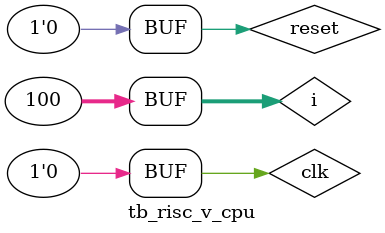
<source format=v>
`timescale 1ns / 1ps

module tb_risc_v_cpu ();
integer i;

// Clock and reset signals
reg clk;
reg reset;

// Design Inputs and outputs
wire [31:0] out;

// DUT instantiation
risc_v_cpu risc_v_cpu (
    .clock(clk),
    .reset(reset),
    .out(out)
);

// Generate the reset
initial begin
    reset = 1'b1;
    #10
    reset = 1'b0;
end


// generate the clock
initial begin
    clk = 1'b0;
    for (i = 0; i < 100; i = i + 1) begin
        #1 clk = ~clk;
    end
end

endmodule : tb_risc_v_cpu

</source>
